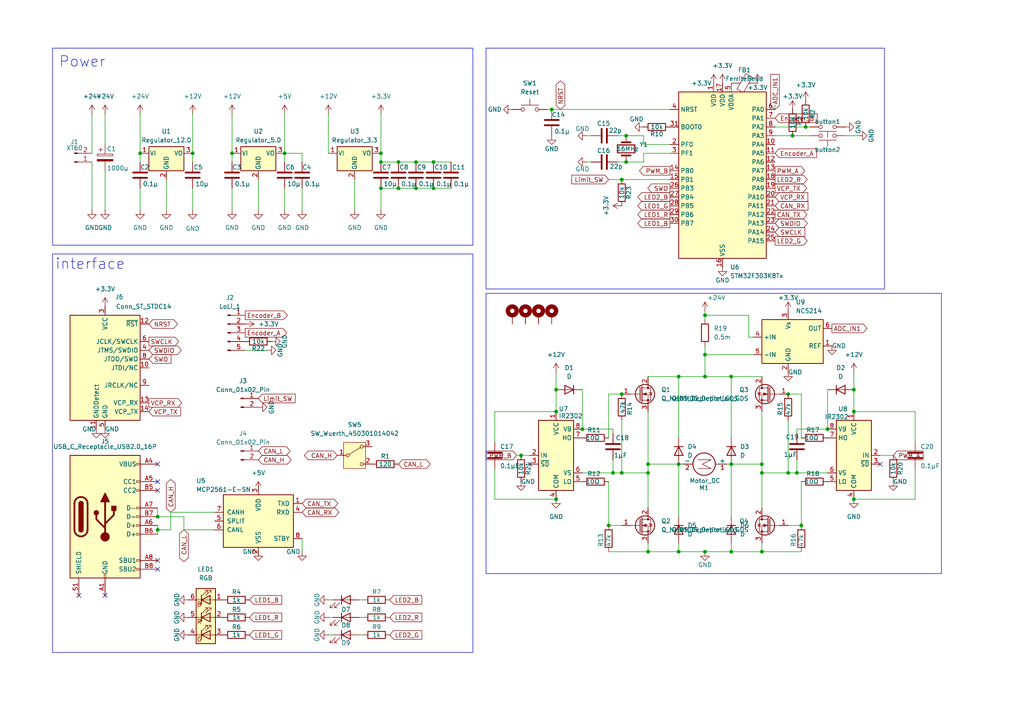
<source format=kicad_sch>
(kicad_sch (version 20250114) (generator "eeschema") (generator_version "9.0")
  (paper "A4")
  (rectangle (start 140.97 85.09) (end 273.05 166.37))
  (rectangle (start 140.97 13.97) (end 256.54 83.82))
  (rectangle (start 15.24 73.66) (end 137.16 189.23))
  (rectangle (start 15.24 13.97) (end 137.16 71.12))
  (text "interface" (at 26.162 76.708 0) (effects (font (size 3.048 3.048))))
  (text "Power\n" (at 23.876 18.034 0) (effects (font (size 3.048 3.048))))
  (junction (at 204.47 102.87))
  (junction (at 125.73 46.99))
  (junction (at 180.34 114.3))
  (junction (at 220.98 160.02))
  (junction (at 247.65 144.78))
  (junction (at 82.55 44.45))
  (junction (at 40.64 44.45))
  (junction (at 151.13 132.08))
  (junction (at 181.61 39.37))
  (junction (at 212.09 134.62))
  (junction (at 233.68 36.83))
  (junction (at 180.34 52.07))
  (junction (at 187.96 134.62))
  (junction (at 115.57 54.61))
  (junction (at 187.96 160.02))
  (junction (at 67.31 44.45))
  (junction (at 187.96 137.16))
  (junction (at 161.29 119.38))
  (junction (at 180.34 137.16))
  (junction (at 168.91 124.46))
  (junction (at 232.41 152.4))
  (junction (at 55.88 44.45))
  (junction (at 161.29 113.03))
  (junction (at 120.65 46.99))
  (junction (at 125.73 54.61))
  (junction (at 160.02 31.75))
  (junction (at 220.98 134.62))
  (junction (at 247.65 113.03))
  (junction (at 177.8 137.16))
  (junction (at 240.03 124.46))
  (junction (at 196.85 160.02))
  (junction (at 110.49 46.99))
  (junction (at 204.47 109.22))
  (junction (at 247.65 119.38))
  (junction (at 229.87 39.37))
  (junction (at 161.29 144.78))
  (junction (at 204.47 160.02))
  (junction (at 212.09 160.02))
  (junction (at 45.72 149.86))
  (junction (at 196.85 109.22))
  (junction (at 181.61 46.99))
  (junction (at 228.6 114.3))
  (junction (at 110.49 44.45))
  (junction (at 231.14 137.16))
  (junction (at 228.6 137.16))
  (junction (at 220.98 137.16))
  (junction (at 45.72 153.67))
  (junction (at 115.57 46.99))
  (junction (at 120.65 54.61))
  (junction (at 204.47 91.44))
  (junction (at 176.53 152.4))
  (junction (at 196.85 134.62))
  (junction (at 110.49 54.61))
  (junction (at 212.09 109.22))
  (no_connect (at 45.72 134.62))
  (no_connect (at 45.72 142.24))
  (no_connect (at 153.67 134.62))
  (no_connect (at 45.72 165.1))
  (no_connect (at 30.48 172.72))
  (no_connect (at 45.72 139.7))
  (no_connect (at 22.86 172.72))
  (no_connect (at 255.27 134.62))
  (no_connect (at 45.72 162.56))
  (wire (pts (xy 82.55 44.45) (xy 87.63 44.45)))
  (wire (pts (xy 125.73 54.61) (xy 130.81 54.61)))
  (wire (pts (xy 220.98 119.38) (xy 220.98 134.62)))
  (wire (pts (xy 220.98 134.62) (xy 220.98 137.16)))
  (wire (pts (xy 245.11 39.37) (xy 248.92 39.37)))
  (wire (pts (xy 265.43 128.27) (xy 265.43 119.38)))
  (wire (pts (xy 204.47 102.87) (xy 204.47 109.22)))
  (wire (pts (xy 26.67 33.02) (xy 26.67 44.45)))
  (wire (pts (xy 151.13 132.08) (xy 153.67 132.08)))
  (wire (pts (xy 210.82 134.62) (xy 212.09 134.62)))
  (wire (pts (xy 170.18 46.99) (xy 171.45 46.99)))
  (wire (pts (xy 247.65 113.03) (xy 247.65 119.38)))
  (wire (pts (xy 115.57 46.99) (xy 120.65 46.99)))
  (wire (pts (xy 179.07 46.99) (xy 181.61 46.99)))
  (wire (pts (xy 49.53 148.59) (xy 49.53 153.67)))
  (wire (pts (xy 67.31 33.02) (xy 67.31 44.45)))
  (wire (pts (xy 187.96 109.22) (xy 196.85 109.22)))
  (wire (pts (xy 212.09 160.02) (xy 220.98 160.02)))
  (wire (pts (xy 110.49 46.99) (xy 115.57 46.99)))
  (wire (pts (xy 40.64 54.61) (xy 40.64 60.96)))
  (wire (pts (xy 231.14 124.46) (xy 231.14 125.73)))
  (wire (pts (xy 30.48 33.02) (xy 30.48 41.91)))
  (wire (pts (xy 168.91 137.16) (xy 177.8 137.16)))
  (wire (pts (xy 67.31 54.61) (xy 67.31 60.96)))
  (wire (pts (xy 55.88 44.45) (xy 55.88 46.99)))
  (wire (pts (xy 30.48 49.53) (xy 30.48 60.96)))
  (wire (pts (xy 265.43 119.38) (xy 247.65 119.38)))
  (wire (pts (xy 110.49 44.45) (xy 110.49 46.99)))
  (wire (pts (xy 232.41 139.7) (xy 232.41 152.4)))
  (wire (pts (xy 220.98 137.16) (xy 228.6 137.16)))
  (wire (pts (xy 231.14 137.16) (xy 240.03 137.16)))
  (wire (pts (xy 87.63 156.21) (xy 87.63 160.02)))
  (wire (pts (xy 232.41 114.3) (xy 232.41 127)))
  (wire (pts (xy 224.79 39.37) (xy 229.87 39.37)))
  (wire (pts (xy 45.72 147.32) (xy 45.72 149.86)))
  (wire (pts (xy 198.12 134.62) (xy 196.85 134.62)))
  (wire (pts (xy 217.17 97.79) (xy 217.17 91.44)))
  (wire (pts (xy 48.26 52.07) (xy 48.26 60.96)))
  (wire (pts (xy 212.09 134.62) (xy 212.09 149.86)))
  (wire (pts (xy 104.14 173.99) (xy 105.41 173.99)))
  (wire (pts (xy 217.17 91.44) (xy 204.47 91.44)))
  (wire (pts (xy 265.43 135.89) (xy 265.43 144.78)))
  (wire (pts (xy 49.53 148.59) (xy 62.23 148.59)))
  (wire (pts (xy 265.43 144.78) (xy 247.65 144.78)))
  (wire (pts (xy 231.14 124.46) (xy 240.03 124.46)))
  (wire (pts (xy 104.14 184.15) (xy 105.41 184.15)))
  (wire (pts (xy 45.72 153.67) (xy 45.72 154.94)))
  (wire (pts (xy 220.98 160.02) (xy 220.98 157.48)))
  (wire (pts (xy 40.64 44.45) (xy 40.64 46.99)))
  (wire (pts (xy 53.34 153.67) (xy 53.34 149.86)))
  (wire (pts (xy 176.53 114.3) (xy 180.34 114.3)))
  (wire (pts (xy 176.53 139.7) (xy 176.53 152.4)))
  (wire (pts (xy 115.57 54.61) (xy 120.65 54.61)))
  (wire (pts (xy 82.55 33.02) (xy 82.55 44.45)))
  (wire (pts (xy 62.23 153.67) (xy 53.34 153.67)))
  (wire (pts (xy 177.8 124.46) (xy 177.8 125.73)))
  (wire (pts (xy 77.47 101.6) (xy 71.12 101.6)))
  (wire (pts (xy 204.47 100.33) (xy 204.47 102.87)))
  (wire (pts (xy 232.41 152.4) (xy 228.6 152.4)))
  (wire (pts (xy 53.34 149.86) (xy 45.72 149.86)))
  (wire (pts (xy 187.96 134.62) (xy 187.96 137.16)))
  (wire (pts (xy 186.69 39.37) (xy 181.61 39.37)))
  (wire (pts (xy 26.67 46.99) (xy 26.67 60.96)))
  (wire (pts (xy 224.79 30.48) (xy 224.79 31.75)))
  (wire (pts (xy 161.29 113.03) (xy 161.29 119.38)))
  (wire (pts (xy 161.29 144.78) (xy 143.51 144.78)))
  (wire (pts (xy 45.72 152.4) (xy 45.72 153.67)))
  (wire (pts (xy 228.6 121.92) (xy 228.6 137.16)))
  (wire (pts (xy 158.75 31.75) (xy 160.02 31.75)))
  (wire (pts (xy 40.64 33.02) (xy 40.64 44.45)))
  (wire (pts (xy 95.25 173.99) (xy 96.52 173.99)))
  (wire (pts (xy 74.93 161.29) (xy 74.93 160.02)))
  (wire (pts (xy 82.55 46.99) (xy 82.55 44.45)))
  (wire (pts (xy 204.47 91.44) (xy 204.47 92.71)))
  (wire (pts (xy 212.09 109.22) (xy 220.98 109.22)))
  (wire (pts (xy 228.6 137.16) (xy 231.14 137.16)))
  (wire (pts (xy 74.93 52.07) (xy 74.93 60.96)))
  (wire (pts (xy 120.65 54.61) (xy 125.73 54.61)))
  (wire (pts (xy 186.69 44.45) (xy 194.31 44.45)))
  (wire (pts (xy 74.93 140.97) (xy 74.93 142.24)))
  (wire (pts (xy 176.53 114.3) (xy 176.53 127)))
  (wire (pts (xy 187.96 160.02) (xy 187.96 157.48)))
  (wire (pts (xy 168.91 113.03) (xy 168.91 124.46)))
  (wire (pts (xy 120.65 46.99) (xy 125.73 46.99)))
  (wire (pts (xy 67.31 46.99) (xy 67.31 44.45)))
  (wire (pts (xy 87.63 54.61) (xy 87.63 60.96)))
  (wire (pts (xy 143.51 128.27) (xy 143.51 119.38)))
  (wire (pts (xy 55.88 54.61) (xy 55.88 60.96)))
  (wire (pts (xy 161.29 107.95) (xy 161.29 113.03)))
  (wire (pts (xy 95.25 33.02) (xy 95.25 44.45)))
  (wire (pts (xy 204.47 160.02) (xy 212.09 160.02)))
  (wire (pts (xy 180.34 137.16) (xy 187.96 137.16)))
  (wire (pts (xy 87.63 46.99) (xy 87.63 44.45)))
  (wire (pts (xy 177.8 124.46) (xy 168.91 124.46)))
  (wire (pts (xy 176.53 152.4) (xy 180.34 152.4)))
  (wire (pts (xy 186.69 41.91) (xy 186.69 39.37)))
  (wire (pts (xy 212.09 109.22) (xy 212.09 127)))
  (wire (pts (xy 196.85 160.02) (xy 196.85 157.48)))
  (wire (pts (xy 180.34 121.92) (xy 180.34 137.16)))
  (wire (pts (xy 82.55 54.61) (xy 82.55 60.96)))
  (wire (pts (xy 179.07 39.37) (xy 181.61 39.37)))
  (wire (pts (xy 125.73 46.99) (xy 130.81 46.99)))
  (wire (pts (xy 194.31 41.91) (xy 186.69 41.91)))
  (wire (pts (xy 196.85 109.22) (xy 204.47 109.22)))
  (wire (pts (xy 247.65 107.95) (xy 247.65 113.03)))
  (wire (pts (xy 95.25 179.07) (xy 96.52 179.07)))
  (wire (pts (xy 55.88 33.02) (xy 55.88 44.45)))
  (wire (pts (xy 204.47 109.22) (xy 212.09 109.22)))
  (wire (pts (xy 177.8 137.16) (xy 180.34 137.16)))
  (wire (pts (xy 259.08 132.08) (xy 255.27 132.08)))
  (wire (pts (xy 187.96 137.16) (xy 187.96 147.32)))
  (wire (pts (xy 220.98 160.02) (xy 232.41 160.02)))
  (wire (pts (xy 186.69 46.99) (xy 186.69 44.45)))
  (wire (pts (xy 231.14 133.35) (xy 231.14 137.16)))
  (wire (pts (xy 110.49 54.61) (xy 110.49 60.96)))
  (wire (pts (xy 45.72 153.67) (xy 49.53 153.67)))
  (wire (pts (xy 212.09 160.02) (xy 212.09 157.48)))
  (wire (pts (xy 110.49 54.61) (xy 115.57 54.61)))
  (wire (pts (xy 220.98 137.16) (xy 220.98 147.32)))
  (wire (pts (xy 170.18 39.37) (xy 171.45 39.37)))
  (wire (pts (xy 149.86 132.08) (xy 151.13 132.08)))
  (wire (pts (xy 196.85 127) (xy 196.85 109.22)))
  (wire (pts (xy 212.09 134.62) (xy 220.98 134.62)))
  (wire (pts (xy 176.53 52.07) (xy 180.34 52.07)))
  (wire (pts (xy 204.47 102.87) (xy 218.44 102.87)))
  (wire (pts (xy 104.14 179.07) (xy 105.41 179.07)))
  (wire (pts (xy 187.96 134.62) (xy 196.85 134.62)))
  (wire (pts (xy 240.03 113.03) (xy 240.03 124.46)))
  (wire (pts (xy 229.87 39.37) (xy 234.95 39.37)))
  (wire (pts (xy 110.49 33.02) (xy 110.49 44.45)))
  (wire (pts (xy 187.96 160.02) (xy 196.85 160.02)))
  (wire (pts (xy 177.8 133.35) (xy 177.8 137.16)))
  (wire (pts (xy 196.85 160.02) (xy 204.47 160.02)))
  (wire (pts (xy 143.51 144.78) (xy 143.51 135.89)))
  (wire (pts (xy 187.96 119.38) (xy 187.96 134.62)))
  (wire (pts (xy 204.47 90.17) (xy 204.47 91.44)))
  (wire (pts (xy 180.34 52.07) (xy 194.31 52.07)))
  (wire (pts (xy 176.53 160.02) (xy 187.96 160.02)))
  (wire (pts (xy 196.85 134.62) (xy 196.85 149.86)))
  (wire (pts (xy 232.41 114.3) (xy 228.6 114.3)))
  (wire (pts (xy 160.02 31.75) (xy 194.31 31.75)))
  (wire (pts (xy 233.68 36.83) (xy 234.95 36.83)))
  (wire (pts (xy 102.87 52.07) (xy 102.87 60.96)))
  (wire (pts (xy 143.51 119.38) (xy 161.29 119.38)))
  (wire (pts (xy 224.79 36.83) (xy 233.68 36.83)))
  (wire (pts (xy 95.25 184.15) (xy 96.52 184.15)))
  (wire (pts (xy 218.44 97.79) (xy 217.17 97.79)))
  (wire (pts (xy 181.61 46.99) (xy 186.69 46.99)))
  (global_label "LED2_B" (shape output) (at 194.31 57.15 180) (property "Intersheetrefs" "${INTERSHEET_REFS}" (effects (hide yes))))
  (global_label "SWO" (shape output) (at 194.31 54.61 180) (property "Intersheetrefs" "${INTERSHEET_REFS}" (effects (hide yes))))
  (global_label "CAN_TX" (shape bidirectional) (at 87.63 146.05 0) (property "Intersheetrefs" "${INTERSHEET_REFS}" (effects (hide yes))))
  (global_label "CAN_H" (shape bidirectional) (at 74.93 133.35 0) (property "Intersheetrefs" "${INTERSHEET_REFS}" (effects (hide yes))))
  (global_label "ADC_IN1" (shape input) (at 224.79 31.75 90) (property "Intersheetrefs" "${INTERSHEET_REFS}" (effects (hide yes))))
  (global_label "CAN_L" (shape bidirectional) (at 115.57 134.62 0) (property "Intersheetrefs" "${INTERSHEET_REFS}" (effects (hide yes))))
  (global_label "LED1_G" (shape output) (at 194.31 59.69 180) (property "Intersheetrefs" "${INTERSHEET_REFS}" (effects (hide yes))))
  (global_label "VCP_TX" (shape output) (at 224.79 54.61 0) (property "Intersheetrefs" "${INTERSHEET_REFS}" (effects (hide yes))))
  (global_label "LED2_B" (shape input) (at 113.03 173.99 0) (property "Intersheetrefs" "${INTERSHEET_REFS}" (effects (hide yes))))
  (global_label "SWO" (shape input) (at 43.18 104.14 0) (property "Intersheetrefs" "${INTERSHEET_REFS}" (effects (hide yes))))
  (global_label "LED2_G" (shape output) (at 224.79 69.85 0) (property "Intersheetrefs" "${INTERSHEET_REFS}" (effects (hide yes))))
  (global_label "CAN_TX" (shape output) (at 224.79 62.23 0) (property "Intersheetrefs" "${INTERSHEET_REFS}" (effects (hide yes))))
  (global_label "PWM_A" (shape input) (at 259.08 132.08 0) (property "Intersheetrefs" "${INTERSHEET_REFS}" (effects (hide yes))))
  (global_label "PWM_B" (shape input) (at 149.86 132.08 180) (property "Intersheetrefs" "${INTERSHEET_REFS}" (effects (hide yes))))
  (global_label "SWCLK" (shape input) (at 224.79 67.31 0) (property "Intersheetrefs" "${INTERSHEET_REFS}" (effects (hide yes))))
  (global_label "VCP_RX" (shape input) (at 224.79 57.15 0) (property "Intersheetrefs" "${INTERSHEET_REFS}" (effects (hide yes))))
  (global_label "CAN_H" (shape bidirectional) (at 49.53 148.59 90) (property "Intersheetrefs" "${INTERSHEET_REFS}" (effects (hide yes))))
  (global_label "SWCLK" (shape output) (at 43.18 99.06 0) (property "Intersheetrefs" "${INTERSHEET_REFS}" (effects (hide yes))))
  (global_label "LED2_R" (shape input) (at 113.03 179.07 0) (property "Intersheetrefs" "${INTERSHEET_REFS}" (effects (hide yes))))
  (global_label "PWM_A" (shape output) (at 224.79 49.53 0) (property "Intersheetrefs" "${INTERSHEET_REFS}" (effects (hide yes))))
  (global_label "LED1_B" (shape input) (at 72.39 173.99 0) (property "Intersheetrefs" "${INTERSHEET_REFS}" (effects (hide yes))))
  (global_label "SWDIO" (shape bidirectional) (at 224.79 64.77 0) (property "Intersheetrefs" "${INTERSHEET_REFS}" (effects (hide yes))))
  (global_label "CAN_L" (shape bidirectional) (at 53.34 153.67 270) (property "Intersheetrefs" "${INTERSHEET_REFS}" (effects (hide yes))))
  (global_label "CAN_H" (shape bidirectional) (at 97.79 132.08 180) (property "Intersheetrefs" "${INTERSHEET_REFS}" (effects (hide yes))))
  (global_label "Limit_SW" (shape input) (at 74.93 115.57 0) (property "Intersheetrefs" "${INTERSHEET_REFS}" (effects (hide yes))))
  (global_label "CAN_RX" (shape bidirectional) (at 87.63 148.59 0) (property "Intersheetrefs" "${INTERSHEET_REFS}" (effects (hide yes))))
  (global_label "Limit_SW" (shape input) (at 176.53 52.07 180) (property "Intersheetrefs" "${INTERSHEET_REFS}" (effects (hide yes))))
  (global_label "LED2_G" (shape input) (at 113.03 184.15 0) (property "Intersheetrefs" "${INTERSHEET_REFS}" (effects (hide yes))))
  (global_label "Encoder_B" (shape input) (at 224.79 34.29 0) (property "Intersheetrefs" "${INTERSHEET_REFS}" (effects (hide yes))))
  (global_label "SWDIO" (shape bidirectional) (at 43.18 101.6 0) (property "Intersheetrefs" "${INTERSHEET_REFS}" (effects (hide yes))))
  (global_label "Encoder_A" (shape output) (at 71.12 96.52 0) (property "Intersheetrefs" "${INTERSHEET_REFS}" (effects (hide yes))))
  (global_label "Encoder_B" (shape output) (at 71.12 91.44 0) (property "Intersheetrefs" "${INTERSHEET_REFS}" (effects (hide yes))))
  (global_label "CAN_RX" (shape input) (at 224.79 59.69 0) (property "Intersheetrefs" "${INTERSHEET_REFS}" (effects (hide yes))))
  (global_label "Encoder_A" (shape input) (at 224.79 44.45 0) (property "Intersheetrefs" "${INTERSHEET_REFS}" (effects (hide yes))))
  (global_label "LED1_R" (shape input) (at 72.39 179.07 0) (property "Intersheetrefs" "${INTERSHEET_REFS}" (effects (hide yes))))
  (global_label "LED1_B" (shape output) (at 194.31 64.77 180) (property "Intersheetrefs" "${INTERSHEET_REFS}" (effects (hide yes))))
  (global_label "VCP_TX" (shape input) (at 43.18 119.38 0) (property "Intersheetrefs" "${INTERSHEET_REFS}" (effects (hide yes))))
  (global_label "PWM_B" (shape output) (at 194.31 49.53 180) (property "Intersheetrefs" "${INTERSHEET_REFS}" (effects (hide yes))))
  (global_label "LED1_G" (shape input) (at 72.39 184.15 0) (property "Intersheetrefs" "${INTERSHEET_REFS}" (effects (hide yes))))
  (global_label "LED1_R" (shape output) (at 194.31 62.23 180) (property "Intersheetrefs" "${INTERSHEET_REFS}" (effects (hide yes))))
  (global_label "CAN_L" (shape bidirectional) (at 74.93 130.81 0) (property "Intersheetrefs" "${INTERSHEET_REFS}" (effects (hide yes))))
  (global_label "LED2_R" (shape output) (at 224.79 52.07 0) (property "Intersheetrefs" "${INTERSHEET_REFS}" (effects (hide yes))))
  (global_label "NRST" (shape bidirectional) (at 43.18 93.98 0) (property "Intersheetrefs" "${INTERSHEET_REFS}" (effects (hide yes))))
  (global_label "NRST" (shape bidirectional) (at 162.56 31.75 90) (property "Intersheetrefs" "${INTERSHEET_REFS}" (effects (hide yes))))
  (global_label "ADC_IN1" (shape output) (at 241.3 95.25 0) (property "Intersheetrefs" "${INTERSHEET_REFS}" (effects (hide yes))))
  (global_label "VCP_RX" (shape output) (at 43.18 116.84 0) (property "Intersheetrefs" "${INTERSHEET_REFS}" (effects (hide yes))))
  (symbol (lib_id "Mechanical:MountingHole_Pad") (at 152.4 91.44 0) (unit 1) (exclude_from_sim yes) (in_bom no)
    (property "Reference" "H2" (effects (hide yes)))
    (property "Value" "MountingHole_Pad" (effects (hide yes)))
    (property "Footprint" "MountingHole:MountingHole_3.2mm_M3_Pad_Via" (effects (hide yes)))
    (property "Description" "Mounting Hole with connection" (effects (hide yes)))
  )
  (symbol (lib_id "Device:R") (at 68.58 173.99 90) (unit 1)
    (property "Reference" "R4" (at 68.58 171.704 90))
    (property "Value" "1k" (at 68.58 173.99 90))
    (property "Footprint" "Resistor_SMD:R_0603_1608Metric_Pad0.98x0.95mm_HandSolder" (effects (hide yes)))
    (property "Description" "Resistor" (effects (hide yes)))
  )
  (symbol (lib_id "Device:C") (at 160.02 35.56 0) (unit 1)
    (property "Reference" "C14" (at 160.02 33.274 0) (effects (justify left)))
    (property "Value" "0.1μ" (at 160.782 38.1 0) (effects (justify left)))
    (property "Footprint" "Capacitor_SMD:C_0603_1608Metric" (effects (hide yes)))
    (property "Description" "Unpolarized capacitor" (effects (hide yes)))
  )
  (symbol (lib_id "Device:FerriteBead") (at 215.9 24.13 270) (unit 1)
    (property "Reference" "FB1" (at 215.9 20.32 90))
    (property "Value" "FerriteBead" (at 215.9 22.86 90))
    (property "Footprint" "Inductor_SMD:L_0805_2012Metric_Pad1.05x1.20mm_HandSolder" (effects (hide yes)))
    (property "Description" "Ferrite bead" (effects (hide yes)))
  )
  (symbol (lib_id "power:GND") (at 95.25 179.07 270) (unit 1)
    (property "Reference" "#PWR042" (effects (hide yes)))
    (property "Value" "GND" (at 91.948 179.07 0))
    (property "Description" "Power symbol creates a global label with name \"GND\" , ground" (effects (hide yes)))
  )
  (symbol (lib_id "power:GND") (at 48.26 60.96 0) (unit 1)
    (property "Reference" "#PWR07" (effects (hide yes)))
    (property "Value" "GND" (at 48.26 66.04 0))
    (property "Description" "Power symbol creates a global label with name \"GND\" , ground" (effects (hide yes)))
  )
  (symbol (lib_id "power:+5V") (at 82.55 33.02 0) (unit 1)
    (property "Reference" "#PWR018" (effects (hide yes)))
    (property "Value" "+5V" (at 82.55 27.94 0))
    (property "Description" "Power symbol creates a global label with name \"+5V\"" (effects (hide yes)))
  )
  (symbol (lib_id "power:+3.3V") (at 229.87 31.75 0) (unit 1)
    (property "Reference" "#PWR023" (effects (hide yes)))
    (property "Value" "+3.3V" (at 229.87 27.94 0))
    (property "Description" "Power symbol creates a global label with name \"+3.3V\"" (effects (hide yes)))
  )
  (symbol (lib_id "power:GND") (at 228.6 107.95 0) (unit 1)
    (property "Reference" "#PWR028" (effects (hide yes)))
    (property "Value" "GND" (at 230.632 107.95 0))
    (property "Description" "Power symbol creates a global label with name \"GND\" , ground" (effects (hide yes)))
  )
  (symbol (lib_id "Device:R") (at 172.72 139.7 90) (unit 1)
    (property "Reference" "R12" (at 174.244 137.414 90) (effects (justify left)))
    (property "Value" "10Ω" (at 173.99 139.7 90) (effects (justify left)))
    (property "Footprint" "Resistor_SMD:R_0603_1608Metric_Pad0.98x0.95mm_HandSolder" (effects (hide yes)))
    (property "Description" "Resistor" (effects (hide yes)))
  )
  (symbol (lib_id "Device:R") (at 180.34 55.88 0) (unit 1)
    (property "Reference" "R23" (at 182.372 55.88 90))
    (property "Value" "10k" (at 180.34 55.88 90))
    (property "Footprint" "Resistor_SMD:R_0603_1608Metric" (effects (hide yes)))
    (property "Description" "Resistor" (effects (hide yes)))
  )
  (symbol (lib_id "power:GND") (at 247.65 144.78 0) (unit 1)
    (property "Reference" "#PWR058" (effects (hide yes)))
    (property "Value" "GND" (at 247.65 149.86 0))
    (property "Description" "Power symbol creates a global label with name \"GND\" , ground" (effects (hide yes)))
  )
  (symbol (lib_id "power:GND") (at 67.31 60.96 0) (unit 1)
    (property "Reference" "#PWR08" (effects (hide yes)))
    (property "Value" "GND" (at 67.31 66.04 0))
    (property "Description" "Power symbol creates a global label with name \"GND\" , ground" (effects (hide yes)))
  )
  (symbol (lib_id "MCU_ST_STM32F3:STM32F303K8Tx") (at 209.55 52.07 0) (unit 1)
    (property "Reference" "U6" (at 211.7441 77.47 0) (effects (justify left)))
    (property "Value" "STM32F303K8Tx" (at 211.7441 80.01 0) (effects (justify left)))
    (property "Footprint" "Package_QFP:LQFP-32_7x7mm_P0.8mm" (effects (hide yes)))
    (property "Datasheet" "https://www.st.com/resource/en/datasheet/stm32f303k8.pdf" (effects (hide yes)))
    (property "Description" "STMicroelectronics Arm Cortex-M4 MCU, 64KB flash, 16KB RAM, 72 MHz, 2.0-3.6V, 25 GPIO, LQFP32" (effects (hide yes)))
  )
  (symbol (lib_id "power:GND") (at 30.48 60.96 0) (unit 1)
    (property "Reference" "#PWR04" (effects (hide yes)))
    (property "Value" "GND" (at 30.48 66.04 0))
    (property "Description" "Power symbol creates a global label with name \"GND\" , ground" (effects (hide yes)))
  )
  (symbol (lib_id "power:GND") (at 74.93 160.02 0) (mirror y) (unit 1)
    (property "Reference" "#PWR036" (effects (hide yes)))
    (property "Value" "GND" (at 72.39 160.02 0))
    (property "Description" "Power symbol creates a global label with name \"GND\" , ground" (effects (hide yes)))
  )
  (symbol (lib_id "Device:Q_NMOS_Depletion_GDS") (at 223.52 152.4 0) (mirror y) (unit 1)
    (property "Reference" "Q4" (at 217.17 151.1299 0) (effects (justify left)))
    (property "Value" "Q_NMOS_Depletion_GDS" (at 217.17 153.6699 0) (effects (justify left)))
    (property "Footprint" "Package_TO_SOT_SMD:TO-252-2" (effects (hide yes)))
    (property "Description" "Depletion-mode N-channel MOSFET gate/drain/source" (effects (hide yes)))
  )
  (symbol (lib_id "power:GND") (at 151.13 139.7 0) (unit 1)
    (property "Reference" "#PWR021" (effects (hide yes)))
    (property "Value" "GND" (at 153.162 139.7 0))
    (property "Description" "Power symbol creates a global label with name \"GND\" , ground" (effects (hide yes)))
  )
  (symbol (lib_id "Device:C_Polarized") (at 30.48 45.72 0) (unit 1)
    (property "Reference" "C1" (at 30.988 43.18 0) (effects (justify left)))
    (property "Value" "1000μ" (at 30.988 48.768 0) (effects (justify left)))
    (property "Footprint" "Capacitor_THT:CP_Radial_D12.5mm_P5.00mm" (effects (hide yes)))
    (property "Description" "Polarized capacitor" (effects (hide yes)))
  )
  (symbol (lib_id "Device:R") (at 176.53 156.21 180) (unit 1)
    (property "Reference" "R13" (at 174.244 154.686 90) (effects (justify left)))
    (property "Value" "47k" (at 176.53 154.94 90) (effects (justify left)))
    (property "Footprint" "Resistor_SMD:R_0603_1608Metric_Pad0.98x0.95mm_HandSolder" (effects (hide yes)))
    (property "Description" "Resistor" (effects (hide yes)))
  )
  (symbol (lib_id "Device:C") (at 130.81 50.8 0) (unit 1)
    (property "Reference" "C11" (at 131.064 48.514 0) (effects (justify left)))
    (property "Value" "0.1μ" (at 131.572 53.34 0) (effects (justify left)))
    (property "Footprint" "Capacitor_SMD:C_0603_1608Metric" (effects (hide yes)))
    (property "Description" "Unpolarized capacitor" (effects (hide yes)))
  )
  (symbol (lib_id "power:GND") (at 248.92 39.37 90) (unit 1)
    (property "Reference" "#PWR061" (effects (hide yes)))
    (property "Value" "GND" (at 252.73 39.37 0))
    (property "Description" "Power symbol creates a global label with name \"GND\" , ground" (effects (hide yes)))
  )
  (symbol (lib_id "power:GND") (at 245.11 36.83 90) (unit 1)
    (property "Reference" "#PWR060" (effects (hide yes)))
    (property "Value" "GND" (at 248.92 36.83 0))
    (property "Description" "Power symbol creates a global label with name \"GND\" , ground" (effects (hide yes)))
  )
  (symbol (lib_id "power:+12V") (at 55.88 33.02 0) (unit 1)
    (property "Reference" "#PWR016" (effects (hide yes)))
    (property "Value" "+12V" (at 55.88 27.94 0))
    (property "Description" "Power symbol creates a global label with name \"+12V\"" (effects (hide yes)))
  )
  (symbol (lib_id "Regulator_Linear:LM2936-5.0") (at 74.93 44.45 0) (unit 1)
    (property "Reference" "U2" (at 74.93 38.1 0))
    (property "Value" "Regulator_5.0" (at 74.93 40.64 0))
    (property "Footprint" "Package_TO_SOT_SMD:TO-252-2" (effects (hide yes)))
    (property "Datasheet" "http://www.ti.com/lit/ds/symlink/lm2936.pdf" (effects (hide yes)))
    (property "Description" "50mA Ultra-Low Quiescent Current LDO Voltage Regulator, 5.0V fixed output, TO-252/SOT-223" (effects (hide yes)))
  )
  (symbol (lib_id "power:+24V") (at 30.48 33.02 0) (unit 1)
    (property "Reference" "#PWR03" (effects (hide yes)))
    (property "Value" "+24V" (at 30.48 27.94 0))
    (property "Description" "Power symbol creates a global label with name \"+24V\"" (effects (hide yes)))
  )
  (symbol (lib_id "Device:R") (at 151.13 135.89 0) (unit 1)
    (property "Reference" "R21" (at 153.162 135.89 90))
    (property "Value" "10k" (at 151.13 135.89 90))
    (property "Footprint" "Resistor_SMD:R_0603_1608Metric" (effects (hide yes)))
    (property "Description" "Resistor" (effects (hide yes)))
  )
  (symbol (lib_id "power:GND") (at 161.29 144.78 0) (unit 1)
    (property "Reference" "#PWR054" (effects (hide yes)))
    (property "Value" "GND" (at 161.29 149.86 0))
    (property "Description" "Power symbol creates a global label with name \"GND\" , ground" (effects (hide yes)))
  )
  (symbol (lib_id "power:+12V") (at 67.31 33.02 0) (unit 1)
    (property "Reference" "#PWR017" (effects (hide yes)))
    (property "Value" "+12V" (at 67.31 27.94 0))
    (property "Description" "Power symbol creates a global label with name \"+12V\"" (effects (hide yes)))
  )
  (symbol (lib_id "Device:LED") (at 100.33 179.07 0) (unit 1)
    (property "Reference" "D8" (at 100.33 181.356 0))
    (property "Value" "LED" (effects (hide yes)))
    (property "Footprint" "LED_SMD:LED_0603_1608Metric" (effects (hide yes)))
    (property "Description" "Light emitting diode" (effects (hide yes)))
  )
  (symbol (lib_id "Device:C") (at 55.88 50.8 0) (unit 1)
    (property "Reference" "C5" (at 56.134 48.514 0) (effects (justify left)))
    (property "Value" "10μ" (at 56.642 53.34 0) (effects (justify left)))
    (property "Footprint" "Capacitor_SMD:C_0603_1608Metric" (effects (hide yes)))
    (property "Description" "Unpolarized capacitor" (effects (hide yes)))
  )
  (symbol (lib_id "Device:Q_NMOS_Depletion_GDS") (at 223.52 114.3 0) (mirror y) (unit 1)
    (property "Reference" "Q3" (at 217.17 113.0299 0) (effects (justify left)))
    (property "Value" "Q_NMOS_Depletion_GDS" (at 217.17 115.5699 0) (effects (justify left)))
    (property "Footprint" "Package_TO_SOT_SMD:TO-252-2" (effects (hide yes)))
    (property "Description" "Depletion-mode N-channel MOSFET gate/drain/source" (effects (hide yes)))
  )
  (symbol (lib_id "Motor:Motor_DC") (at 205.74 134.62 270) (mirror x) (unit 1)
    (property "Reference" "M1" (at 204.216 141.478 90))
    (property "Value" "Motor_DC" (at 204.47 139.446 90))
    (property "Footprint" "Connector_AMASS:AMASS_XT60PW-F_1x02_P7.20mm_Horizontal" (effects (hide yes)))
    (property "Description" "DC Motor" (effects (hide yes)))
  )
  (symbol (lib_id "power:+24V") (at 204.47 90.17 0) (unit 1)
    (property "Reference" "#PWR055" (effects (hide yes)))
    (property "Value" "+24V" (at 207.772 86.36 0))
    (property "Description" "Power symbol creates a global label with name \"+24V\"" (effects (hide yes)))
  )
  (symbol (lib_id "Device:R") (at 68.58 179.07 90) (unit 1)
    (property "Reference" "R5" (at 68.58 176.784 90))
    (property "Value" "1k" (at 68.58 179.07 90))
    (property "Footprint" "Resistor_SMD:R_0603_1608Metric_Pad0.98x0.95mm_HandSolder" (effects (hide yes)))
    (property "Description" "Resistor" (effects (hide yes)))
  )
  (symbol (lib_id "power:+24V") (at 40.64 33.02 0) (unit 1)
    (property "Reference" "#PWR05" (effects (hide yes)))
    (property "Value" "+24V" (at 40.64 27.94 0))
    (property "Description" "Power symbol creates a global label with name \"+24V\"" (effects (hide yes)))
  )
  (symbol (lib_id "Device:C") (at 67.31 50.8 0) (unit 1)
    (property "Reference" "C3" (at 67.31 48.514 0) (effects (justify left)))
    (property "Value" "0.1μ" (at 68.072 53.34 0) (effects (justify left)))
    (property "Footprint" "Capacitor_SMD:C_0603_1608Metric" (effects (hide yes)))
    (property "Description" "Unpolarized capacitor" (effects (hide yes)))
  )
  (symbol (lib_id "Device:R") (at 228.6 118.11 180) (unit 1)
    (property "Reference" "R15" (at 226.314 116.586 90) (effects (justify left)))
    (property "Value" "47k" (at 228.6 116.84 90) (effects (justify left)))
    (property "Footprint" "Resistor_SMD:R_0603_1608Metric_Pad0.98x0.95mm_HandSolder" (effects (hide yes)))
    (property "Description" "Resistor" (effects (hide yes)))
  )
  (symbol (lib_id "Mechanical:MountingHole_Pad") (at 156.21 91.44 0) (unit 1) (exclude_from_sim yes) (in_bom no)
    (property "Reference" "H3" (effects (hide yes)))
    (property "Value" "MountingHole_Pad" (effects (hide yes)))
    (property "Footprint" "MountingHole:MountingHole_3.2mm_M3_Pad_Via" (effects (hide yes)))
    (property "Description" "Mounting Hole with connection" (effects (hide yes)))
  )
  (symbol (lib_id "Connector:Conn_ST_STDC14") (at 30.48 106.68 0) (unit 1)
    (property "Reference" "J6" (at 35.814 86.106 0) (effects (justify right)))
    (property "Value" "Conn_ST_STDC14" (at 49.784 88.9 0) (effects (justify right)))
    (property "Footprint" "Connector_PinHeader_1.27mm:PinHeader_2x07_P1.27mm_Vertical" (effects (hide yes)))
    (property "Datasheet" "https://www.st.com/content/ccc/resource/technical/document/user_manual/group1/99/49/91/b6/b2/3a/46/e5/DM00526767/files/DM00526767.pdf/jcr:content/translations/en.DM00526767.pdf" (effects (hide yes)))
    (property "Description" "ST Debug Connector, standard ARM Cortex-M SWD and JTAG interface plus UART" (effects (hide yes)))
  )
  (symbol (lib_id "Device:R") (at 229.87 35.56 0) (unit 1)
    (property "Reference" "R3" (at 231.902 35.052 90))
    (property "Value" "10k" (at 229.87 35.56 90))
    (property "Footprint" "Resistor_SMD:R_0603_1608Metric" (effects (hide yes)))
    (property "Description" "Resistor" (effects (hide yes)))
  )
  (symbol (lib_id "Connector:Conn_01x05_Pin") (at 66.04 96.52 0) (unit 1)
    (property "Reference" "J2" (at 66.675 86.36 0))
    (property "Value" "LoLi_1" (at 66.675 88.9 0))
    (property "Footprint" "Connector_JST:JST_XA_B05B-XASK-1_1x05_P2.50mm_Vertical" (effects (hide yes)))
    (property "Description" "Generic connector, single row, 01x05, script generated" (effects (hide yes)))
  )
  (symbol (lib_id "Device:C") (at 231.14 129.54 0) (unit 1)
    (property "Reference" "C19" (at 227.838 126.746 0) (effects (justify left)))
    (property "Value" "1μF" (at 227.33 131.826 0) (effects (justify left)))
    (property "Footprint" "Capacitor_SMD:C_0603_1608Metric_Pad1.08x0.95mm_HandSolder" (effects (hide yes)))
    (property "Description" "Unpolarized capacitor" (effects (hide yes)))
  )
  (symbol (lib_id "Device:R") (at 109.22 179.07 90) (unit 1)
    (property "Reference" "R8" (at 109.22 176.784 90))
    (property "Value" "1k" (at 109.22 179.07 90))
    (property "Footprint" "Resistor_SMD:R_0603_1608Metric_Pad0.98x0.95mm_HandSolder" (effects (hide yes)))
    (property "Description" "Resistor" (effects (hide yes)))
  )
  (symbol (lib_id "power:GND") (at 110.49 60.96 0) (unit 1)
    (property "Reference" "#PWR014" (effects (hide yes)))
    (property "Value" "GND" (at 110.49 66.04 0))
    (property "Description" "Power symbol creates a global label with name \"GND\" , ground" (effects (hide yes)))
  )
  (symbol (lib_id "power:GND") (at 40.64 60.96 0) (unit 1)
    (property "Reference" "#PWR06" (effects (hide yes)))
    (property "Value" "GND" (at 40.64 66.04 0))
    (property "Description" "Power symbol creates a global label with name \"GND\" , ground" (effects (hide yes)))
  )
  (symbol (lib_id "Device:R") (at 172.72 127 90) (unit 1)
    (property "Reference" "R11" (at 174.244 124.714 90) (effects (justify left)))
    (property "Value" "10Ω" (at 173.99 127 90) (effects (justify left)))
    (property "Footprint" "Resistor_SMD:R_0603_1608Metric_Pad0.98x0.95mm_HandSolder" (effects (hide yes)))
    (property "Description" "Resistor" (effects (hide yes)))
  )
  (symbol (lib_id "power:GND") (at 54.61 184.15 270) (unit 1)
    (property "Reference" "#PWR040" (effects (hide yes)))
    (property "Value" "GND" (at 51.308 184.15 0))
    (property "Description" "Power symbol creates a global label with name \"GND\" , ground" (effects (hide yes)))
  )
  (symbol (lib_id "LED:SMLVN6RGB") (at 59.69 179.07 0) (mirror y) (unit 1)
    (property "Reference" "LED1" (at 59.69 165.1 0))
    (property "Value" "RGB" (at 59.69 167.64 0))
    (property "Footprint" "LED_SMD:LED_ROHM_SMLVN6" (effects (hide yes)))
    (property "Datasheet" "https://www.rohm.com/datasheet/SMLVN6RGB1U" (effects (hide yes)))
    (property "Description" "High Brightness Tri-Color LED, RGB, 3.5x2.8mm" (effects (hide yes)))
  )
  (symbol (lib_id "power:GND") (at 259.08 139.7 0) (unit 1)
    (property "Reference" "#PWR020" (effects (hide yes)))
    (property "Value" "GND" (at 261.112 139.7 0))
    (property "Description" "Power symbol creates a global label with name \"GND\" , ground" (effects (hide yes)))
  )
  (symbol (lib_id "power:GND") (at 55.88 60.96 0) (unit 1)
    (property "Reference" "#PWR012" (effects (hide yes)))
    (property "Value" "GND" (at 55.88 66.294 0))
    (property "Description" "Power symbol creates a global label with name \"GND\" , ground" (effects (hide yes)))
  )
  (symbol (lib_id "power:+24V") (at 26.67 33.02 0) (unit 1)
    (property "Reference" "#PWR01" (effects (hide yes)))
    (property "Value" "+24V" (at 26.67 27.94 0))
    (property "Description" "Power symbol creates a global label with name \"+24V\"" (effects (hide yes)))
  )
  (symbol (lib_id "power:GND") (at 241.3 100.33 0) (unit 1)
    (property "Reference" "#PWR029" (effects (hide yes)))
    (property "Value" "GND" (at 243.332 100.33 0))
    (property "Description" "Power symbol creates a global label with name \"GND\" , ground" (effects (hide yes)))
  )
  (symbol (lib_id "power:+3.3V") (at 209.55 24.13 0) (unit 1)
    (property "Reference" "#PWR051" (effects (hide yes)))
    (property "Value" "+3.3V" (at 209.55 19.05 0))
    (property "Description" "Power symbol creates a global label with name \"+3.3V\"" (effects (hide yes)))
  )
  (symbol (lib_id "Device:C") (at 87.63 50.8 0) (unit 1)
    (property "Reference" "C4" (at 87.63 48.514 0) (effects (justify left)))
    (property "Value" "0.1μ" (at 88.392 53.34 0) (effects (justify left)))
    (property "Footprint" "Capacitor_SMD:C_0603_1608Metric" (effects (hide yes)))
    (property "Description" "Unpolarized capacitor" (effects (hide yes)))
  )
  (symbol (lib_id "Device:C") (at 177.8 129.54 0) (unit 1)
    (property "Reference" "C18" (at 178.562 127 0) (effects (justify left)))
    (property "Value" "1μF" (at 178.054 132.08 0) (effects (justify left)))
    (property "Footprint" "Capacitor_SMD:C_0603_1608Metric_Pad1.08x0.95mm_HandSolder" (effects (hide yes)))
    (property "Description" "Unpolarized capacitor" (effects (hide yes)))
  )
  (symbol (lib_id "power:GND") (at 74.93 60.96 0) (unit 1)
    (property "Reference" "#PWR09" (effects (hide yes)))
    (property "Value" "GND" (at 74.93 66.04 0))
    (property "Description" "Power symbol creates a global label with name \"GND\" , ground" (effects (hide yes)))
  )
  (symbol (lib_id "Regulator_Linear:LM2936-5.0") (at 48.26 44.45 0) (unit 1)
    (property "Reference" "U1" (at 48.26 38.1 0))
    (property "Value" "Regulator_12.0" (at 48.26 40.64 0))
    (property "Footprint" "Package_TO_SOT_SMD:TO-252-2" (effects (hide yes)))
    (property "Datasheet" "http://www.ti.com/lit/ds/symlink/lm2936.pdf" (effects (hide yes)))
    (property "Description" "50mA Ultra-Low Quiescent Current LDO Voltage Regulator, 5.0V fixed output, TO-252/SOT-223" (effects (hide yes)))
  )
  (symbol (lib_id "Device:R") (at 68.58 184.15 90) (unit 1)
    (property "Reference" "R6" (at 68.58 181.864 90))
    (property "Value" "1k" (at 68.58 184.15 90))
    (property "Footprint" "Resistor_SMD:R_0603_1608Metric_Pad0.98x0.95mm_HandSolder" (effects (hide yes)))
    (property "Description" "Resistor" (effects (hide yes)))
  )
  (symbol (lib_id "power:GND") (at 95.25 173.99 270) (unit 1)
    (property "Reference" "#PWR041" (effects (hide yes)))
    (property "Value" "GND" (at 91.948 173.99 0))
    (property "Description" "Power symbol creates a global label with name \"GND\" , ground" (effects (hide yes)))
  )
  (symbol (lib_id "power:GND") (at 26.67 60.96 0) (unit 1)
    (property "Reference" "#PWR02" (effects (hide yes)))
    (property "Value" "GND" (at 26.67 66.04 0))
    (property "Description" "Power symbol creates a global label with name \"GND\" , ground" (effects (hide yes)))
  )
  (symbol (lib_id "power:GND") (at 54.61 179.07 270) (unit 1)
    (property "Reference" "#PWR039" (effects (hide yes)))
    (property "Value" "GND" (at 51.308 179.07 0))
    (property "Description" "Power symbol creates a global label with name \"GND\" , ground" (effects (hide yes)))
  )
  (symbol (lib_id "power:GND") (at 160.02 39.37 0) (unit 1)
    (property "Reference" "#PWR046" (effects (hide yes)))
    (property "Value" "GND" (at 160.02 43.18 0))
    (property "Description" "Power symbol creates a global label with name \"GND\" , ground" (effects (hide yes)))
  )
  (symbol (lib_id "Mechanical:MountingHole_Pad") (at 148.59 91.44 0) (unit 1) (exclude_from_sim yes) (in_bom no)
    (property "Reference" "H1" (effects (hide yes)))
    (property "Value" "MountingHole_Pad" (effects (hide yes)))
    (property "Footprint" "MountingHole:MountingHole_3.2mm_M3_Pad_Via" (effects (hide yes)))
    (property "Description" "Mounting Hole with connection" (effects (hide yes)))
  )
  (symbol (lib_id "Device:LED") (at 100.33 184.15 0) (unit 1)
    (property "Reference" "D9" (at 100.33 186.436 0))
    (property "Value" "LED" (effects (hide yes)))
    (property "Footprint" "LED_SMD:LED_0603_1608Metric" (effects (hide yes)))
    (property "Description" "Light emitting diode" (effects (hide yes)))
  )
  (symbol (lib_id "Device:Q_NMOS_Depletion_GDS") (at 185.42 114.3 0) (unit 1)
    (property "Reference" "Q1" (at 191.77 113.0299 0) (effects (justify left)))
    (property "Value" "Q_NMOS_Depletion_GDS" (at 191.77 115.5699 0) (effects (justify left)))
    (property "Footprint" "Package_TO_SOT_SMD:TO-252-2" (effects (hide yes)))
    (property "Description" "Depletion-mode N-channel MOSFET gate/drain/source" (effects (hide yes)))
  )
  (symbol (lib_id "power:GND") (at 74.93 118.11 90) (unit 1)
    (property "Reference" "#PWR033" (effects (hide yes)))
    (property "Value" "GND" (at 78.74 118.11 0))
    (property "Description" "Power symbol creates a global label with name \"GND\" , ground" (effects (hide yes)))
  )
  (symbol (lib_id "Device:D") (at 243.84 113.03 0) (unit 1)
    (property "Reference" "D2" (at 243.84 106.68 0))
    (property "Value" "D" (at 243.84 109.22 0))
    (property "Footprint" "Diode_SMD:D_SOD-123F" (effects (hide yes)))
    (property "Description" "Diode" (effects (hide yes)))
    (property "Sim.Device" "D" (effects (hide yes)))
    (property "Sim.Pins" "1=K 2=A" (effects (hide yes)))
  )
  (symbol (lib_id "Device:C") (at 110.49 50.8 0) (unit 1)
    (property "Reference" "C7" (at 110.744 48.514 0) (effects (justify left)))
    (property "Value" "10μ" (at 111.252 53.34 0) (effects (justify left)))
    (property "Footprint" "Capacitor_SMD:C_0603_1608Metric" (effects (hide yes)))
    (property "Description" "Unpolarized capacitor" (effects (hide yes)))
  )
  (symbol (lib_id "power:+12V") (at 161.29 107.95 0) (unit 1)
    (property "Reference" "#PWR053" (effects (hide yes)))
    (property "Value" "+12V" (at 161.29 102.87 0))
    (property "Description" "Power symbol creates a global label with name \"+12V\"" (effects (hide yes)))
  )
  (symbol (lib_id "power:+3.3V") (at 71.12 93.98 270) (unit 1)
    (property "Reference" "#PWR025" (effects (hide yes)))
    (property "Value" "+3.3V" (at 74.93 93.9799 90) (effects (justify left)))
    (property "Description" "Power symbol creates a global label with name \"+3.3V\"" (effects (hide yes)))
  )
  (symbol (lib_id "Device:C") (at 265.43 132.08 0) (unit 1)
    (property "Reference" "C20" (at 266.954 129.54 0) (effects (justify left)))
    (property "Value" "0.1μF" (at 266.954 135.128 0) (effects (justify left)))
    (property "Footprint" "Capacitor_SMD:C_0603_1608Metric_Pad1.08x0.95mm_HandSolder" (effects (hide yes)))
    (property "Description" "Unpolarized capacitor" (effects (hide yes)))
  )
  (symbol (lib_id "power:GND") (at 87.63 60.96 0) (mirror y) (unit 1)
    (property "Reference" "#PWR010" (effects (hide yes)))
    (property "Value" "GND" (at 87.63 66.04 0))
    (property "Description" "Power symbol creates a global label with name \"GND\" , ground" (effects (hide yes)))
  )
  (symbol (lib_id "power:GND") (at 87.63 160.02 0) (mirror y) (unit 1)
    (property "Reference" "#PWR037" (effects (hide yes)))
    (property "Value" "GND" (at 85.09 160.02 0))
    (property "Description" "Power symbol creates a global label with name \"GND\" , ground" (effects (hide yes)))
  )
  (symbol (lib_id "Device:R") (at 111.76 134.62 90) (unit 1)
    (property "Reference" "R1" (at 111.76 132.334 90))
    (property "Value" "120" (at 111.76 134.62 90))
    (property "Footprint" "Resistor_SMD:R_0603_1608Metric_Pad0.98x0.95mm_HandSolder" (effects (hide yes)))
    (property "Description" "Resistor" (effects (hide yes)))
  )
  (symbol (lib_id "Device:Crystal") (at 181.61 43.18 90) (unit 1)
    (property "Reference" "Y1" (at 185.42 41.9099 90) (effects (justify right)))
    (property "Value" "16MHz" (at 178.816 43.18 90) (effects (justify right)))
    (property "Footprint" "Crystal:Crystal_HC18-U_Vertical" (effects (hide yes)))
    (property "Description" "Two pin crystal" (effects (hide yes)))
  )
  (symbol (lib_id "power:GND") (at 209.55 77.47 0) (unit 1)
    (property "Reference" "#PWR049" (effects (hide yes)))
    (property "Value" "GND" (at 209.55 81.28 0))
    (property "Description" "Power symbol creates a global label with name \"GND\" , ground" (effects (hide yes)))
  )
  (symbol (lib_id "Device:R") (at 204.47 96.52 0) (unit 1)
    (property "Reference" "R19" (at 207.01 95.2499 0) (effects (justify left)))
    (property "Value" "0.5m" (at 207.01 97.7899 0) (effects (justify left)))
    (property "Footprint" "Resistor_SMD:R_2512_6332Metric" (effects (hide yes)))
    (property "Description" "Resistor" (effects (hide yes)))
  )
  (symbol (lib_id "Device:R") (at 259.08 135.89 0) (unit 1)
    (property "Reference" "R20" (at 261.112 135.89 90))
    (property "Value" "10k" (at 259.08 135.89 90))
    (property "Footprint" "Resistor_SMD:R_0603_1608Metric" (effects (hide yes)))
    (property "Description" "Resistor" (effects (hide yes)))
  )
  (symbol (lib_id "Device:C") (at 40.64 50.8 0) (unit 1)
    (property "Reference" "C2" (at 40.64 48.514 0) (effects (justify left)))
    (property "Value" "0.1μ" (at 41.402 53.34 0) (effects (justify left)))
    (property "Footprint" "Capacitor_SMD:C_0603_1608Metric" (effects (hide yes)))
    (property "Description" "Unpolarized capacitor" (effects (hide yes)))
  )
  (symbol (lib_id "power:+3.3V") (at 180.34 59.69 90) (unit 1)
    (property "Reference" "#PWR032" (effects (hide yes)))
    (property "Value" "+3.3V" (at 175.768 59.69 0))
    (property "Description" "Power symbol creates a global label with name \"+3.3V\"" (effects (hide yes)))
  )
  (symbol (lib_id "Interface_CAN_LIN:MCP2561-E-SN") (at 74.93 151.13 0) (mirror y) (unit 1)
    (property "Reference" "U5" (at 56.896 139.446 0) (effects (justify right)))
    (property "Value" "MCP2561-E-SN" (at 56.896 141.986 0) (effects (justify right)))
    (property "Footprint" "Package_SO:SOIC-8_3.9x4.9mm_P1.27mm" (effects (hide yes)))
    (property "Datasheet" "http://ww1.microchip.com/downloads/en/DeviceDoc/25167A.pdf" (effects (hide yes)))
    (property "Description" "High-Speed CAN Transceiver, 1Mbps, 5V supply, SPLIT pin, -40C to +125C, SOIC-8" (effects (hide yes)))
  )
  (symbol (lib_id "Device:D") (at 212.09 153.67 270) (unit 1)
    (property "Reference" "D6" (at 214.63 152.3999 90) (effects (justify left)))
    (property "Value" "D" (at 214.63 154.9399 90) (effects (justify left)))
    (property "Footprint" "Diode_SMD:D_SOD-123F" (effects (hide yes)))
    (property "Description" "Diode" (effects (hide yes)))
    (property "Sim.Device" "D" (effects (hide yes)))
    (property "Sim.Pins" "1=K 2=A" (effects (hide yes)))
  )
  (symbol (lib_id "power:GND") (at 186.69 36.83 270) (unit 1)
    (property "Reference" "#PWR044" (effects (hide yes)))
    (property "Value" "GND" (at 186.69 34.544 90) (effects (justify right)))
    (property "Description" "Power symbol creates a global label with name \"GND\" , ground" (effects (hide yes)))
  )
  (symbol (lib_id "Switch:SW_Push") (at 240.03 39.37 180) (unit 1)
    (property "Reference" "SW3" (effects (hide yes)))
    (property "Value" "button2" (at 240.03 43.434 0))
    (property "Footprint" "Button_Switch_THT:SW_PUSH_1P1T_6x3.5mm_H5.0_APEM_MJTP1250" (effects (hide yes)))
    (property "Description" "Push button switch, generic, two pins" (effects (hide yes)))
  )
  (symbol (lib_id "power:+12V") (at 247.65 107.95 0) (unit 1)
    (property "Reference" "#PWR057" (effects (hide yes)))
    (property "Value" "+12V" (at 247.65 102.87 0))
    (property "Description" "Power symbol creates a global label with name \"+12V\"" (effects (hide yes)))
  )
  (symbol (lib_id "power:+3.3V") (at 207.01 24.13 0) (unit 1)
    (property "Reference" "#PWR050" (effects (hide yes)))
    (property "Value" "+3.3V" (at 203.454 24.13 0))
    (property "Description" "Power symbol creates a global label with name \"+3.3V\"" (effects (hide yes)))
  )
  (symbol (lib_id "Connector:Conn_01x02_Pin") (at 69.85 130.81 0) (unit 1)
    (property "Reference" "J4" (at 70.485 125.73 0))
    (property "Value" "Conn_01x02_Pin" (at 70.485 128.27 0))
    (property "Footprint" "Connector_JST:JST_XA_S02B-XASK-1N-BN_1x02_P2.50mm_Horizontal" (effects (hide yes)))
    (property "Description" "Generic connector, single row, 01x02, script generated" (effects (hide yes)))
  )
  (symbol (lib_id "Device:C") (at 143.51 132.08 0) (unit 1)
    (property "Reference" "C17" (at 145.034 129.54 0) (effects (justify left)))
    (property "Value" "0.1μF" (at 145.034 135.128 0) (effects (justify left)))
    (property "Footprint" "Capacitor_SMD:C_0603_1608Metric_Pad1.08x0.95mm_HandSolder" (effects (hide yes)))
    (property "Description" "Unpolarized capacitor" (effects (hide yes)))
  )
  (symbol (lib_id "power:GND") (at 148.59 31.75 270) (unit 1)
    (property "Reference" "#PWR045" (effects (hide yes)))
    (property "Value" "GND" (at 145.542 31.75 90) (effects (justify right)))
    (property "Description" "Power symbol creates a global label with name \"GND\" , ground" (effects (hide yes)))
  )
  (symbol (lib_id "Connector:Conn_01x02_Pin") (at 21.59 46.99 0) (mirror x) (unit 1)
    (property "Reference" "J1" (at 21.59 41.148 0))
    (property "Value" "XT60" (at 21.59 42.926 0))
    (property "Footprint" "Connector_AMASS:AMASS_XT60PW-M_1x02_P7.20mm_Horizontal" (effects (hide yes)))
    (property "Description" "Generic connector, single row, 01x02, script generated" (effects (hide yes)))
  )
  (symbol (lib_id "Amplifier_Current:NCS214") (at 228.6 100.33 0) (unit 1)
    (property "Reference" "U9" (at 230.7941 87.63 0) (effects (justify left)))
    (property "Value" "NCS214" (at 230.7941 90.17 0) (effects (justify left)))
    (property "Footprint" "Package_TO_SOT_SMD:SOT-363_SC-70-6_Handsoldering" (effects (hide yes)))
    (property "Datasheet" "https://www.onsemi.com/pub/Collateral/NCS210R-D.PDF" (effects (hide yes)))
    (property "Description" "Current-Shunt Monitor, Voltage Output, Bi-Directional Zero-Drift, 100V/V Gain, SC-70-6" (effects (hide yes)))
  )
  (symbol (lib_id "Switch:SW_Push") (at 240.03 36.83 180) (unit 1)
    (property "Reference" "SW4" (effects (hide yes)))
    (property "Value" "button1" (at 240.03 35.306 0))
    (property "Footprint" "Button_Switch_THT:SW_PUSH_1P1T_6x3.5mm_H5.0_APEM_MJTP1250" (effects (hide yes)))
    (property "Description" "Push button switch, generic, two pins" (effects (hide yes)))
  )
  (symbol (lib_id "power:+3.3V") (at 228.6 90.17 0) (unit 1)
    (property "Reference" "#PWR059" (effects (hide yes)))
    (property "Value" "+3.3V" (at 228.6 86.36 0))
    (property "Description" "Power symbol creates a global label with name \"+3.3V\"" (effects (hide yes)))
  )
  (symbol (lib_id "power:GND") (at 95.25 184.15 270) (unit 1)
    (property "Reference" "#PWR043" (effects (hide yes)))
    (property "Value" "GND" (at 91.948 184.15 0))
    (property "Description" "Power symbol creates a global label with name \"GND\" , ground" (effects (hide yes)))
  )
  (symbol (lib_id "Device:C") (at 82.55 50.8 0) (unit 1)
    (property "Reference" "C6" (at 82.804 48.514 0) (effects (justify left)))
    (property "Value" "10μ" (at 83.312 53.34 0) (effects (justify left)))
    (property "Footprint" "Capacitor_SMD:C_0603_1608Metric" (effects (hide yes)))
    (property "Description" "Unpolarized capacitor" (effects (hide yes)))
  )
  (symbol (lib_id "power:+5V") (at 74.93 142.24 0) (unit 1)
    (property "Reference" "#PWR035" (effects (hide yes)))
    (property "Value" "+5V" (at 74.93 137.16 0))
    (property "Description" "Power symbol creates a global label with name \"+5V\"" (effects (hide yes)))
  )
  (symbol (lib_id "Device:R") (at 236.22 139.7 90) (unit 1)
    (property "Reference" "R18" (at 237.744 137.414 90) (effects (justify left)))
    (property "Value" "10Ω" (at 237.49 139.7 90) (effects (justify left)))
    (property "Footprint" "Resistor_SMD:R_0603_1608Metric_Pad0.98x0.95mm_HandSolder" (effects (hide yes)))
    (property "Description" "Resistor" (effects (hide yes)))
  )
  (symbol (lib_id "power:GND") (at 102.87 60.96 0) (unit 1)
    (property "Reference" "#PWR011" (effects (hide yes)))
    (property "Value" "GND" (at 102.87 66.04 0))
    (property "Description" "Power symbol creates a global label with name \"GND\" , ground" (effects (hide yes)))
  )
  (symbol (lib_id "power:+3.3V") (at 219.71 24.13 0) (unit 1)
    (property "Reference" "#PWR052" (effects (hide yes)))
    (property "Value" "+3.3V" (at 219.71 25.4 0))
    (property "Description" "Power symbol creates a global label with name \"+3.3V\"" (effects (hide yes)))
  )
  (symbol (lib_id "power:GND") (at 204.47 160.02 0) (unit 1)
    (property "Reference" "#PWR056" (effects (hide yes)))
    (property "Value" "GND" (at 204.47 163.83 0))
    (property "Description" "Power symbol creates a global label with name \"GND\" , ground" (effects (hide yes)))
  )
  (symbol (lib_id "power:GND") (at 170.18 46.99 270) (unit 1)
    (property "Reference" "#PWR047" (effects (hide yes)))
    (property "Value" "GND" (at 168.91 49.022 90))
    (property "Description" "Power symbol creates a global label with name \"GND\" , ground" (effects (hide yes)))
  )
  (symbol (lib_id "power:GND") (at 78.74 99.06 90) (unit 1)
    (property "Reference" "#PWR031" (effects (hide yes)))
    (property "Value" "GND" (at 82.55 99.06 0))
    (property "Description" "Power symbol creates a global label with name \"GND\" , ground" (effects (hide yes)))
  )
  (symbol (lib_id "Device:D") (at 196.85 130.81 270) (unit 1)
    (property "Reference" "D4" (at 199.39 129.5399 90) (effects (justify left)))
    (property "Value" "D" (at 199.39 132.0799 90) (effects (justify left)))
    (property "Footprint" "Diode_SMD:D_SOD-123F" (effects (hide yes)))
    (property "Description" "Diode" (effects (hide yes)))
    (property "Sim.Device" "D" (effects (hide yes)))
    (property "Sim.Pins" "1=K 2=A" (effects (hide yes)))
  )
  (symbol (lib_id "power:GND") (at 54.61 173.99 270) (unit 1)
    (property "Reference" "#PWR038" (effects (hide yes)))
    (property "Value" "GND" (at 51.308 173.99 0))
    (property "Description" "Power symbol creates a global label with name \"GND\" , ground" (effects (hide yes)))
  )
  (symbol (lib_id "Device:R") (at 180.34 118.11 0) (mirror x) (unit 1)
    (property "Reference" "R14" (at 182.626 116.586 90) (effects (justify left)))
    (property "Value" "47k" (at 180.594 116.332 90) (effects (justify left)))
    (property "Footprint" "Resistor_SMD:R_0603_1608Metric_Pad0.98x0.95mm_HandSolder" (effects (hide yes)))
    (property "Description" "Resistor" (effects (hide yes)))
  )
  (symbol (lib_id "Device:C") (at 115.57 50.8 0) (unit 1)
    (property "Reference" "C8" (at 115.824 48.514 0) (effects (justify left)))
    (property "Value" "0.1μ" (at 116.332 53.34 0) (effects (justify left)))
    (property "Footprint" "Capacitor_SMD:C_0603_1608Metric" (effects (hide yes)))
    (property "Description" "Unpolarized capacitor" (effects (hide yes)))
  )
  (symbol (lib_id "Device:R") (at 232.41 156.21 180) (unit 1)
    (property "Reference" "R16" (at 230.124 154.686 90) (effects (justify left)))
    (property "Value" "47k" (at 232.41 154.94 90) (effects (justify left)))
    (property "Footprint" "Resistor_SMD:R_0603_1608Metric_Pad0.98x0.95mm_HandSolder" (effects (hide yes)))
    (property "Description" "Resistor" (effects (hide yes)))
  )
  (symbol (lib_id "Device:C") (at 120.65 50.8 0) (unit 1)
    (property "Reference" "C9" (at 120.904 48.514 0) (effects (justify left)))
    (property "Value" "0.1μ" (at 121.412 53.34 0) (effects (justify left)))
    (property "Footprint" "Capacitor_SMD:C_0603_1608Metric" (effects (hide yes)))
    (property "Description" "Unpolarized capacitor" (effects (hide yes)))
  )
  (symbol (lib_id "Device:D") (at 212.09 130.81 270) (unit 1)
    (property "Reference" "D3" (at 214.63 129.5399 90) (effects (justify left)))
    (property "Value" "D" (at 214.63 132.0799 90) (effects (justify left)))
    (property "Footprint" "Diode_SMD:D_SOD-123F" (effects (hide yes)))
    (property "Description" "Diode" (effects (hide yes)))
    (property "Sim.Device" "D" (effects (hide yes)))
    (property "Sim.Pins" "1=K 2=A" (effects (hide yes)))
  )
  (symbol (lib_id "power:GND") (at 170.18 39.37 270) (unit 1)
    (property "Reference" "#PWR048" (effects (hide yes)))
    (property "Value" "GND" (at 168.91 37.338 90))
    (property "Description" "Power symbol creates a global label with name \"GND\" , ground" (effects (hide yes)))
  )
  (symbol (lib_id "power:+3.3V") (at 110.49 33.02 0) (unit 1)
    (property "Reference" "#PWR015" (effects (hide yes)))
    (property "Value" "+3.3V" (at 110.49 27.94 0))
    (property "Description" "Power symbol creates a global label with name \"+3.3V\"" (effects (hide yes)))
  )
  (symbol (lib_id "Device:R") (at 190.5 36.83 270) (unit 1)
    (property "Reference" "R10" (at 190.5 38.862 90))
    (property "Value" "10k" (at 190.5 36.83 90))
    (property "Footprint" "Resistor_SMD:R_0603_1608Metric" (effects (hide yes)))
    (property "Description" "Resistor" (effects (hide yes)))
  )
  (symbol (lib_id "Connector:Conn_01x02_Pin") (at 69.85 115.57 0) (unit 1)
    (property "Reference" "J3" (at 70.485 110.49 0))
    (property "Value" "Conn_01x02_Pin" (at 70.485 113.03 0))
    (property "Footprint" "Connector_JST:JST_PH_B2B-PH-SM4-TB_1x02-1MP_P2.00mm_Vertical" (effects (hide yes)))
    (property "Description" "Generic connector, single row, 01x02, script generated" (effects (hide yes)))
  )
  (symbol (lib_id "Driver_FET:IR2302") (at 161.29 132.08 0) (unit 1)
    (property "Reference" "U7" (at 162.052 118.618 0) (effects (justify left)))
    (property "Value" "IR2302" (at 162.052 120.65 0) (effects (justify left)))
    (property "Footprint" "Package_SO:SOIC-8_3.9x4.9mm_P1.27mm" (effects (hide yes)))
    (property "Datasheet" "https://www.infineon.com/dgdl/ir2302.pdf?fileId=5546d462533600a4015355c988b216de" (effects (hide yes)))
    (property "Description" "Half-Bridge Driver, 600V, 200/350mA, PDIP-8/SOIC-8" (effects (hide yes)))
  )
  (symbol (lib_id "power:GND") (at 30.48 124.46 0) (mirror y) (unit 1)
    (property "Reference" "#PWR027" (effects (hide yes)))
    (property "Value" "GND" (at 32.512 124.46 0))
    (property "Description" "Power symbol creates a global label with name \"GND\" , ground" (effects (hide yes)))
  )
  (symbol (lib_id "power:+12V") (at 95.25 33.02 0) (unit 1)
    (property "Reference" "#PWR019" (effects (hide yes)))
    (property "Value" "+12V" (at 95.25 27.94 0))
    (property "Description" "Power symbol creates a global label with name \"+12V\"" (effects (hide yes)))
  )
  (symbol (lib_id "power:GND") (at 82.55 60.96 0) (unit 1)
    (property "Reference" "#PWR013" (effects (hide yes)))
    (property "Value" "GND" (at 82.55 66.04 0))
    (property "Description" "Power symbol creates a global label with name \"GND\" , ground" (effects (hide yes)))
  )
  (symbol (lib_id "Device:D") (at 196.85 153.67 270) (unit 1)
    (property "Reference" "D5" (at 199.39 152.3999 90) (effects (justify left)))
    (property "Value" "D" (at 199.39 154.9399 90) (effects (justify left)))
    (property "Footprint" "Diode_SMD:D_SOD-123F" (effects (hide yes)))
    (property "Description" "Diode" (effects (hide yes)))
    (property "Sim.Device" "D" (effects (hide yes)))
    (property "Sim.Pins" "1=K 2=A" (effects (hide yes)))
  )
  (symbol (lib_id "power:+3.3V") (at 233.68 29.21 0) (unit 1)
    (property "Reference" "#PWR022" (effects (hide yes)))
    (property "Value" "+3.3V" (at 233.68 24.638 0))
    (property "Description" "Power symbol creates a global label with name \"+3.3V\"" (effects (hide yes)))
  )
  (symbol (lib_id "Switch:SW_Wuerth_450301014042") (at 102.87 132.08 0) (unit 1)
    (property "Reference" "SW5" (at 102.87 123.19 0))
    (property "Value" "SW_Wuerth_450301014042" (at 102.87 125.73 0))
    (property "Footprint" "Button_Switch_THT:SW_Slide-03_Wuerth-WS-SLTV_10x2.5x6.4_P2.54mm" (effects (hide yes)))
    (property "Datasheet" "https://www.we-online.com/components/products/datasheet/450301014042.pdf" (effects (hide yes)))
    (property "Description" "Switch slide, single pole double throw" (effects (hide yes)))
  )
  (symbol (lib_id "Device:D") (at 165.1 113.03 180) (unit 1)
    (property "Reference" "D1" (at 165.1 106.68 0))
    (property "Value" "D" (at 165.1 109.22 0))
    (property "Footprint" "Diode_SMD:D_SOD-123F" (effects (hide yes)))
    (property "Description" "Diode" (effects (hide yes)))
    (property "Sim.Device" "D" (effects (hide yes)))
    (property "Sim.Pins" "1=K 2=A" (effects (hide yes)))
  )
  (symbol (lib_id "Device:C") (at 175.26 46.99 90) (unit 1)
    (property "Reference" "C16" (at 177.038 43.688 90) (effects (justify left)))
    (property "Value" "22p" (at 180.594 48.26 90) (effects (justify left)))
    (property "Footprint" "Capacitor_SMD:C_0603_1608Metric" (effects (hide yes)))
    (property "Description" "Unpolarized capacitor" (effects (hide yes)))
  )
  (symbol (lib_id "Switch:SW_Push") (at 153.67 31.75 0) (unit 1)
    (property "Reference" "SW1" (at 153.67 24.13 0))
    (property "Value" "Reset" (at 153.67 26.67 0))
    (property "Footprint" "Button_Switch_THT:SW_PUSH_1P1T_6x3.5mm_H5.0_APEM_MJTP1250" (effects (hide yes)))
    (property "Description" "Push button switch, generic, two pins" (effects (hide yes)))
  )
  (symbol (lib_id "Device:R") (at 109.22 173.99 90) (unit 1)
    (property "Reference" "R7" (at 109.22 171.704 90))
    (property "Value" "1k" (at 109.22 173.99 90))
    (property "Footprint" "Resistor_SMD:R_0603_1608Metric_Pad0.98x0.95mm_HandSolder" (effects (hide yes)))
    (property "Description" "Resistor" (effects (hide yes)))
  )
  (symbol (lib_id "Regulator_Linear:LM2936-5.0") (at 102.87 44.45 0) (unit 1)
    (property "Reference" "U3" (at 102.87 38.1 0))
    (property "Value" "Regulator_3.3" (at 102.87 40.64 0))
    (property "Footprint" "Package_TO_SOT_SMD:TO-252-2" (effects (hide yes)))
    (property "Datasheet" "http://www.ti.com/lit/ds/symlink/lm2936.pdf" (effects (hide yes)))
    (property "Description" "50mA Ultra-Low Quiescent Current LDO Voltage Regulator, 5.0V fixed output, TO-252/SOT-223" (effects (hide yes)))
  )
  (symbol (lib_id "Driver_FET:IR2302") (at 247.65 132.08 0) (mirror y) (unit 1)
    (property "Reference" "U8" (at 245.872 118.618 0) (effects (justify left)))
    (property "Value" "IR2302" (at 246.126 120.904 0) (effects (justify left)))
    (property "Footprint" "Package_SO:SOIC-8_3.9x4.9mm_P1.27mm" (effects (hide yes)))
    (property "Datasheet" "https://www.infineon.com/dgdl/ir2302.pdf?fileId=5546d462533600a4015355c988b216de" (effects (hide yes)))
    (property "Description" "Half-Bridge Driver, 600V, 200/350mA, PDIP-8/SOIC-8" (effects (hide yes)))
  )
  (symbol (lib_id "Device:C") (at 125.73 50.8 0) (unit 1)
    (property "Reference" "C10" (at 125.984 48.514 0) (effects (justify left)))
    (property "Value" "0.1μ" (at 126.492 53.34 0) (effects (justify left)))
    (property "Footprint" "Capacitor_SMD:C_0603_1608Metric" (effects (hide yes)))
    (property "Description" "Unpolarized capacitor" (effects (hide yes)))
  )
  (symbol (lib_id "Device:R") (at 74.93 99.06 270) (unit 1)
    (property "Reference" "R22" (at 74.93 101.092 90))
    (property "Value" "10k" (at 74.93 99.06 90))
    (property "Footprint" "Resistor_SMD:R_0603_1608Metric" (effects (hide yes)))
    (property "Description" "Resistor" (effects (hide yes)))
  )
  (symbol (lib_id "power:+3.3V") (at 30.48 88.9 0) (unit 1)
    (property "Reference" "#PWR026" (effects (hide yes)))
    (property "Value" "+3.3V" (at 30.48 83.82 0))
    (property "Description" "Power symbol creates a global label with name \"+3.3V\"" (effects (hide yes)))
  )
  (symbol (lib_id "power:GND") (at 77.47 101.6 90) (unit 1)
    (property "Reference" "#PWR024" (effects (hide yes)))
    (property "Value" "GND" (at 81.28 101.6 0))
    (property "Description" "Power symbol creates a global label with name \"GND\" , ground" (effects (hide yes)))
  )
  (symbol (lib_id "Device:LED") (at 100.33 173.99 0) (unit 1)
    (property "Reference" "D7" (at 100.33 176.784 0))
    (property "Value" "LED" (effects (hide yes)))
    (property "Footprint" "LED_SMD:LED_0603_1608Metric" (effects (hide yes)))
    (property "Description" "Light emitting diode" (effects (hide yes)))
  )
  (symbol (lib_id "Device:C") (at 175.26 39.37 90) (unit 1)
    (property "Reference" "C15" (at 177.038 35.814 90) (effects (justify left)))
    (property "Value" "22p" (at 180.34 37.846 90) (effects (justify left)))
    (property "Footprint" "Capacitor_SMD:C_0603_1608Metric" (effects (hide yes)))
    (property "Description" "Unpolarized capacitor" (effects (hide yes)))
  )
  (symbol (lib_id "Mechanical:MountingHole_Pad") (at 160.02 91.44 0) (unit 1) (exclude_from_sim yes) (in_bom no)
    (property "Reference" "H4" (effects (hide yes)))
    (property "Value" "MountingHole_Pad" (effects (hide yes)))
    (property "Footprint" "MountingHole:MountingHole_3.2mm_M3_Pad_Via" (effects (hide yes)))
    (property "Description" "Mounting Hole with connection" (effects (hide yes)))
  )
  (symbol (lib_id "Device:R") (at 233.68 33.02 0) (unit 1)
    (property "Reference" "R2" (at 235.712 33.02 90))
    (property "Value" "10k" (at 233.68 33.02 90))
    (property "Footprint" "Resistor_SMD:R_0603_1608Metric" (effects (hide yes)))
    (property "Description" "Resistor" (effects (hide yes)))
  )
  (symbol (lib_id "Device:R") (at 236.22 127 90) (unit 1)
    (property "Reference" "R17" (at 237.744 124.714 90) (effects (justify left)))
    (property "Value" "10Ω" (at 237.49 127 90) (effects (justify left)))
    (property "Footprint" "Resistor_SMD:R_0603_1608Metric_Pad0.98x0.95mm_HandSolder" (effects (hide yes)))
    (property "Description" "Resistor" (effects (hide yes)))
  )
  (symbol (lib_id "Connector:USB_C_Receptacle_USB2.0_16P") (at 30.48 149.86 0) (unit 1)
    (property "Reference" "J5" (at 30.48 128.016 0))
    (property "Value" "USB_C_Receptacle_USB2.0_16P" (at 30.48 129.54 0))
    (property "Footprint" "my_parts:GCT_USB4085-GF-A_REVB" (effects (hide yes)))
    (property "Datasheet" "https://www.usb.org/sites/default/files/documents/usb_type-c.zip" (effects (hide yes)))
    (property "Description" "USB 2.0-only 16P Type-C Receptacle connector" (effects (hide yes)))
  )
  (symbol (lib_id "Device:Q_NMOS_Depletion_GDS") (at 185.42 152.4 0) (unit 1)
    (property "Reference" "Q2" (at 191.77 151.1299 0) (effects (justify left)))
    (property "Value" "Q_NMOS_Depletion_GDS" (at 191.77 153.6699 0) (effects (justify left)))
    (property "Footprint" "Package_TO_SOT_SMD:TO-252-2" (effects (hide yes)))
    (property "Description" "Depletion-mode N-channel MOSFET gate/drain/source" (effects (hide yes)))
  )
  (symbol (lib_id "power:GND") (at 27.94 124.46 0) (mirror y) (unit 1)
    (property "Reference" "#PWR030" (effects (hide yes)))
    (property "Value" "GND" (at 25.908 124.46 0))
    (property "Description" "Power symbol creates a global label with name \"GND\" , ground" (effects (hide yes)))
  )
  (symbol (lib_id "Device:R") (at 109.22 184.15 90) (unit 1)
    (property "Reference" "R9" (at 109.22 181.864 90))
    (property "Value" "1k" (at 109.22 184.15 90))
    (property "Footprint" "Resistor_SMD:R_0603_1608Metric_Pad0.98x0.95mm_HandSolder" (effects (hide yes)))
    (property "Description" "Resistor" (effects (hide yes)))
  )
)
</source>
